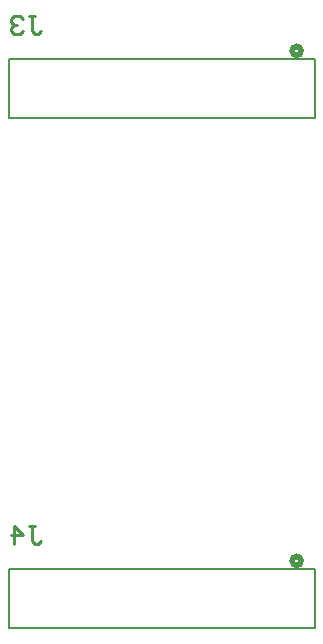
<source format=gbr>
%TF.GenerationSoftware,Altium Limited,Altium Designer,22.11.1 (43)*%
G04 Layer_Color=32896*
%FSLAX45Y45*%
%MOMM*%
%TF.SameCoordinates,ABC14B17-DAD6-4B0F-8560-1018B917A27C*%
%TF.FilePolarity,Positive*%
%TF.FileFunction,Legend,Bot*%
%TF.Part,Single*%
G01*
G75*
%TA.AperFunction,NonConductor*%
%ADD17C,0.25400*%
%ADD18C,0.50800*%
%ADD19C,0.15240*%
D17*
X8031513Y3682951D02*
X8082297D01*
X8056905D01*
Y3555992D01*
X8082297Y3530600D01*
X8107688D01*
X8133080Y3555992D01*
X7904554Y3530600D02*
Y3682951D01*
X7980729Y3606775D01*
X7879162D01*
X8031513Y8000951D02*
X8082297D01*
X8056905D01*
Y7873992D01*
X8082297Y7848600D01*
X8107688D01*
X8133080Y7873992D01*
X7980729Y7975559D02*
X7955337Y8000951D01*
X7904554D01*
X7879162Y7975559D01*
Y7950167D01*
X7904554Y7924775D01*
X7929946D01*
X7904554D01*
X7879162Y7899383D01*
Y7873992D01*
X7904554Y7848600D01*
X7955337D01*
X7980729Y7873992D01*
D18*
X10337800Y7708900D02*
G03*
X10261600Y7708900I-38100J0D01*
G01*
D02*
G03*
X10337800Y7708900I38100J0D01*
G01*
Y3390900D02*
G03*
X10261600Y3390900I-38100J0D01*
G01*
D02*
G03*
X10337800Y3390900I38100J0D01*
G01*
D19*
X7861300Y7637780D02*
X10452100D01*
Y7142480D02*
Y7637780D01*
X7861300Y7142480D02*
X10452100D01*
X7861300D02*
Y7637780D01*
Y3319780D02*
X10452100D01*
Y2824480D02*
Y3319780D01*
X7861300Y2824480D02*
X10452100D01*
X7861300D02*
Y3319780D01*
%TF.MD5,d390b2892ea61e0805f795e28df60cd6*%
M02*

</source>
